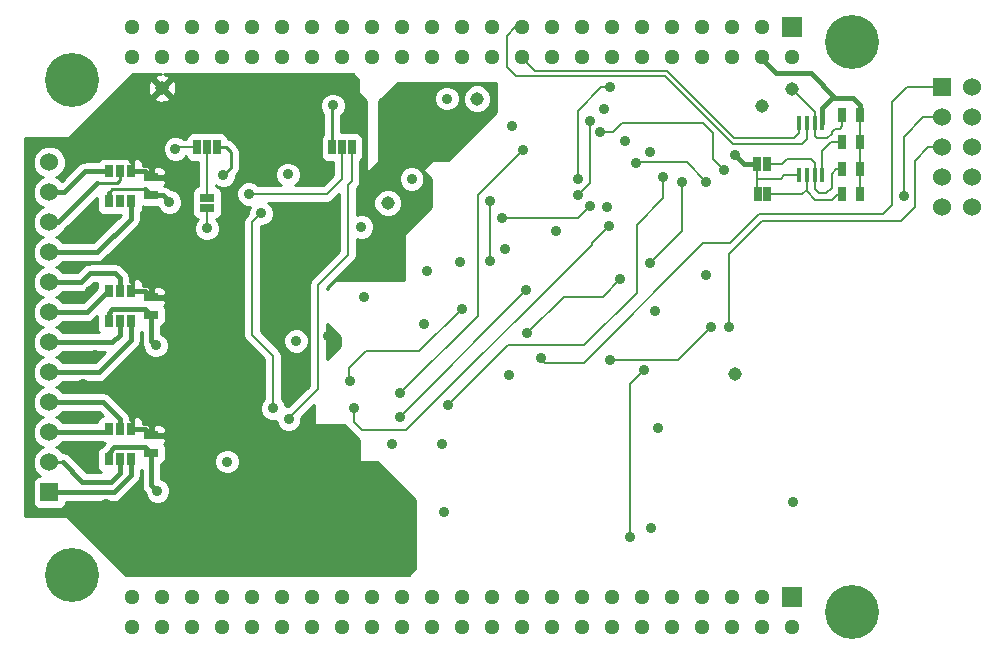
<source format=gbl>
G04 (created by PCBNEW (2013-05-31 BZR 4019)-stable) date 7/19/2013 3:45:29 PM*
%MOIN*%
G04 Gerber Fmt 3.4, Leading zero omitted, Abs format*
%FSLAX34Y34*%
G01*
G70*
G90*
G04 APERTURE LIST*
%ADD10C,0.00590551*%
%ADD11R,0.025X0.05*%
%ADD12R,0.016X0.05*%
%ADD13R,0.05X0.025*%
%ADD14R,0.0276X0.0394*%
%ADD15R,0.045X0.025*%
%ADD16R,0.025X0.045*%
%ADD17R,0.06X0.06*%
%ADD18C,0.06*%
%ADD19C,0.045*%
%ADD20C,0.18*%
%ADD21R,0.065X0.065*%
%ADD22C,0.0512*%
%ADD23C,0.035*%
%ADD24C,0.016*%
%ADD25C,0.01*%
%ADD26C,0.008*%
G04 APERTURE END LIST*
G54D10*
G54D11*
X-2818Y-5050D03*
X-3137Y-5050D03*
X-2843Y-4050D03*
X-3162Y-4050D03*
X-21180Y-3500D03*
X-21500Y-3500D03*
X-21820Y-3500D03*
X-16680Y-3500D03*
X-17000Y-3500D03*
X-17320Y-3500D03*
G54D12*
X-990Y-4425D03*
X-1245Y-4425D03*
X-1505Y-4425D03*
X-1760Y-4425D03*
X-1760Y-2675D03*
X-1505Y-2675D03*
X-1245Y-2675D03*
X-990Y-2675D03*
G54D13*
X-21500Y-5173D03*
X-21500Y-5527D03*
G54D14*
X-24775Y-13900D03*
X-24400Y-13900D03*
X-24025Y-13900D03*
X-24025Y-12900D03*
X-24400Y-12900D03*
X-24775Y-12900D03*
X-24775Y-9300D03*
X-24400Y-9300D03*
X-24025Y-9300D03*
X-24025Y-8300D03*
X-24400Y-8300D03*
X-24775Y-8300D03*
X-24775Y-5300D03*
X-24400Y-5300D03*
X-24025Y-5300D03*
X-24025Y-4300D03*
X-24400Y-4300D03*
X-24775Y-4300D03*
G54D15*
X-23350Y-5100D03*
X-23350Y-4500D03*
X-23350Y-13700D03*
X-23350Y-13100D03*
X-23350Y-9100D03*
X-23350Y-8500D03*
G54D16*
X275Y-2425D03*
X-325Y-2425D03*
X275Y-4225D03*
X-325Y-4225D03*
X275Y-3325D03*
X-325Y-3325D03*
X275Y-5050D03*
X-325Y-5050D03*
G54D17*
X3000Y-1500D03*
G54D18*
X4000Y-1500D03*
X3000Y-2500D03*
X4000Y-2500D03*
X3000Y-3500D03*
X4000Y-3500D03*
X3000Y-4500D03*
X4000Y-4500D03*
X3000Y-5500D03*
X4000Y-5500D03*
X-26750Y-4000D03*
X-26750Y-5000D03*
X-26750Y-6000D03*
X-26750Y-7000D03*
X-26750Y-8000D03*
X-26750Y-9000D03*
G54D17*
X-26750Y-15000D03*
G54D18*
X-26750Y-14000D03*
X-26750Y-13000D03*
X-26750Y-12000D03*
X-26750Y-11000D03*
X-26750Y-10000D03*
G54D19*
X-2000Y-1550D03*
G54D20*
X-26000Y-1250D03*
X0Y0D03*
X0Y-19000D03*
X-26000Y-17750D03*
G54D21*
X-2000Y500D03*
G54D22*
X-2000Y-500D03*
X-3000Y500D03*
X-3000Y-500D03*
X-4000Y500D03*
X-4000Y-500D03*
X-5000Y500D03*
X-5000Y-500D03*
X-6000Y500D03*
X-6000Y-500D03*
X-7000Y500D03*
X-7000Y-500D03*
X-8000Y500D03*
X-8000Y-500D03*
X-9000Y500D03*
X-9000Y-500D03*
X-10000Y500D03*
X-10000Y-500D03*
X-11000Y500D03*
X-11000Y-500D03*
X-12000Y500D03*
X-12000Y-500D03*
X-13000Y500D03*
X-13000Y-500D03*
X-14000Y500D03*
X-14000Y-500D03*
X-15000Y500D03*
X-15000Y-500D03*
X-16000Y500D03*
X-16000Y-500D03*
X-17000Y500D03*
X-17000Y-500D03*
X-18000Y500D03*
X-18000Y-500D03*
X-19000Y500D03*
X-19000Y-500D03*
X-20000Y500D03*
X-20000Y-500D03*
X-21000Y500D03*
X-21000Y-500D03*
X-22000Y500D03*
X-22000Y-500D03*
X-23000Y500D03*
X-23000Y-500D03*
X-24000Y500D03*
X-24000Y-500D03*
G54D21*
X-2000Y-18500D03*
G54D22*
X-2000Y-19500D03*
X-3000Y-18500D03*
X-3000Y-19500D03*
X-4000Y-18500D03*
X-4000Y-19500D03*
X-5000Y-18500D03*
X-5000Y-19500D03*
X-6000Y-18500D03*
X-6000Y-19500D03*
X-7000Y-18500D03*
X-7000Y-19500D03*
X-8000Y-18500D03*
X-8000Y-19500D03*
X-9000Y-18500D03*
X-9000Y-19500D03*
X-10000Y-18500D03*
X-10000Y-19500D03*
X-11000Y-18500D03*
X-11000Y-19500D03*
X-12000Y-18500D03*
X-12000Y-19500D03*
X-13000Y-18500D03*
X-13000Y-19500D03*
X-14000Y-18500D03*
X-14000Y-19500D03*
X-15000Y-18500D03*
X-15000Y-19500D03*
X-16000Y-18500D03*
X-16000Y-19500D03*
X-17000Y-18500D03*
X-17000Y-19500D03*
X-18000Y-18500D03*
X-18000Y-19500D03*
X-19000Y-18500D03*
X-19000Y-19500D03*
X-20000Y-18500D03*
X-20000Y-19500D03*
X-21000Y-18500D03*
X-21000Y-19500D03*
X-22000Y-18500D03*
X-22000Y-19500D03*
X-23000Y-18500D03*
X-23000Y-19500D03*
X-24000Y-18500D03*
X-24000Y-19500D03*
G54D19*
X-12500Y-1875D03*
X-3000Y-2125D03*
X-23000Y-1525D03*
X-15475Y-5350D03*
X-3900Y-11050D03*
G54D23*
X-18525Y-9950D03*
X-14675Y-4550D03*
X-20825Y-13975D03*
X-22750Y-5325D03*
X-23200Y-10100D03*
X-23150Y-14950D03*
X-16350Y-6150D03*
X-18800Y-4400D03*
X-13500Y-1875D03*
X-20950Y-4425D03*
X-21500Y-6200D03*
X-19700Y-5700D03*
X-19300Y-12200D03*
X-18775Y-12550D03*
X-6925Y-10925D03*
X-7400Y-16475D03*
X-10375Y-10525D03*
X-8400Y-3000D03*
X-4250Y-4250D03*
X-12075Y-7300D03*
X-12075Y-5300D03*
X1725Y-5125D03*
X-4100Y-9475D03*
X-16725Y-11275D03*
X-13000Y-8875D03*
X-8725Y-5450D03*
X-11675Y-5850D03*
X-13450Y-12075D03*
X-6300Y-4500D03*
X-8100Y-6125D03*
X-16600Y-12175D03*
X-11325Y-2775D03*
X-13075Y-7325D03*
X-6575Y-8950D03*
X-9850Y-6300D03*
X-7575Y-3300D03*
X-11425Y-11100D03*
X-14275Y-9375D03*
X-25225Y-10425D03*
X-1975Y-15325D03*
X-3900Y-3750D03*
X-8150Y-5475D03*
X-11575Y-6875D03*
X-4850Y-7750D03*
X-6725Y-3650D03*
X-8250Y-2225D03*
X-14475Y-2125D03*
X-6700Y-16200D03*
X-6450Y-12850D03*
X-15325Y-13400D03*
X-13675Y-13400D03*
X-13600Y-15650D03*
X-16275Y-8500D03*
X-14150Y-7625D03*
X-23250Y-3550D03*
X-23175Y-6675D03*
X-23250Y-12075D03*
X-24850Y-3275D03*
X-25200Y-6400D03*
X-25400Y-8300D03*
X-25300Y-9425D03*
X-25625Y-11400D03*
X-25400Y-12500D03*
X-25400Y-13900D03*
X-24900Y-16625D03*
X-24850Y-15400D03*
X-18800Y-2500D03*
X-20600Y-2450D03*
X-17450Y-9800D03*
X-19150Y-5900D03*
X-18500Y-7800D03*
X-15300Y-6800D03*
X-15300Y-7550D03*
X-16700Y-16500D03*
X-15950Y-14300D03*
X-22550Y-3550D03*
X-10850Y-8250D03*
X-15075Y-12475D03*
X-20100Y-5050D03*
X-17300Y-2100D03*
X-4700Y-9475D03*
X-8050Y-10575D03*
X-4850Y-4650D03*
X-7200Y-4025D03*
X-10825Y-9700D03*
X-7725Y-7900D03*
X-10975Y-3575D03*
X-15050Y-11700D03*
X-5675Y-4650D03*
X-6725Y-7350D03*
X-9125Y-5075D03*
X-8725Y-2625D03*
X-9125Y-4550D03*
X-8050Y-1500D03*
G54D24*
X-23350Y-5100D02*
X-22975Y-5100D01*
X-22975Y-5100D02*
X-22750Y-5325D01*
X-23350Y-9100D02*
X-23350Y-9950D01*
X-23350Y-9950D02*
X-23200Y-10100D01*
X-23350Y-13700D02*
X-23350Y-14750D01*
X-23350Y-14750D02*
X-23150Y-14950D01*
X-24775Y-13900D02*
X-24775Y-13675D01*
X-23550Y-13500D02*
X-23350Y-13700D01*
X-24600Y-13500D02*
X-23550Y-13500D01*
X-24775Y-13675D02*
X-24600Y-13500D01*
X-24775Y-9300D02*
X-24775Y-9025D01*
X-23550Y-8900D02*
X-23350Y-9100D01*
X-24650Y-8900D02*
X-23550Y-8900D01*
X-24775Y-9025D02*
X-24650Y-8900D01*
X-24775Y-5300D02*
X-24775Y-5025D01*
X-23550Y-4900D02*
X-23350Y-5100D01*
G54D25*
X-24650Y-4900D02*
X-23550Y-4900D01*
X-24775Y-5025D02*
X-24650Y-4900D01*
G54D26*
X-990Y-4425D02*
X-990Y-3625D01*
X-690Y-3325D02*
X-982Y-3617D01*
X-690Y-3325D02*
X-325Y-3325D01*
X-990Y-3625D02*
X-982Y-3617D01*
X-2843Y-4050D02*
X-2325Y-4050D01*
X-1245Y-4005D02*
X-1245Y-4425D01*
X-1375Y-3875D02*
X-1245Y-4005D01*
X-2150Y-3875D02*
X-1375Y-3875D01*
X-2325Y-4050D02*
X-2150Y-3875D01*
X-1245Y-4425D02*
X-1245Y-4880D01*
X-525Y-4225D02*
X-325Y-4225D01*
X-675Y-4375D02*
X-525Y-4225D01*
X-675Y-4850D02*
X-675Y-4375D01*
X-850Y-5025D02*
X-675Y-4850D01*
X-1100Y-5025D02*
X-850Y-5025D01*
X-1245Y-4880D02*
X-1100Y-5025D01*
X-2818Y-5050D02*
X-1650Y-5050D01*
X-1650Y-5050D02*
X-1505Y-4905D01*
X-1505Y-4425D02*
X-1505Y-4905D01*
X-1505Y-4905D02*
X-1505Y-4970D01*
X-450Y-5050D02*
X-325Y-5050D01*
X-650Y-5250D02*
X-450Y-5050D01*
X-1225Y-5250D02*
X-650Y-5250D01*
X-1505Y-4970D02*
X-1225Y-5250D01*
G54D25*
X-20850Y-3500D02*
X-21180Y-3500D01*
X-20700Y-3650D02*
X-20850Y-3500D01*
X-20700Y-4175D02*
X-20700Y-3650D01*
X-20950Y-4425D02*
X-20700Y-4175D01*
G54D26*
X-21500Y-6200D02*
X-21500Y-5527D01*
X-19300Y-12200D02*
X-19300Y-10450D01*
X-19350Y-10400D02*
X-20000Y-9750D01*
X-20000Y-9750D02*
X-20000Y-6000D01*
X-20000Y-6000D02*
X-19700Y-5700D01*
X-19300Y-10450D02*
X-19350Y-10400D01*
X-18775Y-12550D02*
X-18775Y-12525D01*
X-17800Y-8450D02*
X-17800Y-8075D01*
X-17800Y-8450D02*
X-17800Y-11400D01*
X-16680Y-4630D02*
X-16680Y-3500D01*
X-16800Y-4750D02*
X-16680Y-4630D01*
X-16800Y-7075D02*
X-16800Y-4750D01*
X-17800Y-8075D02*
X-16800Y-7075D01*
X-17800Y-11550D02*
X-17800Y-11400D01*
X-18775Y-12525D02*
X-17800Y-11550D01*
G54D24*
X-26750Y-6000D02*
X-26450Y-6000D01*
G54D25*
X-24400Y-4600D02*
X-24400Y-4300D01*
X-24500Y-4700D02*
X-24400Y-4600D01*
X-25150Y-4700D02*
X-24500Y-4700D01*
G54D24*
X-26450Y-6000D02*
X-25150Y-4700D01*
X-26750Y-7000D02*
X-25150Y-7000D01*
X-24025Y-5875D02*
X-24025Y-5300D01*
X-25150Y-7000D02*
X-24025Y-5875D01*
X-26750Y-15000D02*
X-24600Y-15000D01*
X-24025Y-14425D02*
X-24025Y-13900D01*
X-24600Y-15000D02*
X-24025Y-14425D01*
G54D25*
X-26750Y-14000D02*
X-26300Y-14000D01*
G54D24*
X-24400Y-14350D02*
X-24400Y-13900D01*
X-24700Y-14650D02*
X-24400Y-14350D01*
X-25650Y-14650D02*
X-24700Y-14650D01*
X-26300Y-14000D02*
X-25650Y-14650D01*
X-26750Y-13000D02*
X-24875Y-13000D01*
G54D26*
X-24875Y-13000D02*
X-24775Y-12900D01*
G54D24*
X-26750Y-12000D02*
X-24950Y-12000D01*
X-24400Y-12550D02*
X-24400Y-12900D01*
X-24950Y-12000D02*
X-24400Y-12550D01*
X-26750Y-11000D02*
X-25100Y-11000D01*
X-24025Y-9925D02*
X-24025Y-9300D01*
X-25100Y-11000D02*
X-24025Y-9925D01*
X-26750Y-10000D02*
X-24650Y-10000D01*
X-24400Y-9750D02*
X-24400Y-9300D01*
X-24650Y-10000D02*
X-24400Y-9750D01*
X-26750Y-9000D02*
X-25500Y-9000D01*
X-24800Y-8300D02*
X-24775Y-8300D01*
X-25500Y-9000D02*
X-24800Y-8300D01*
X-26750Y-8000D02*
X-25700Y-8000D01*
X-24400Y-7850D02*
X-24400Y-8300D01*
X-24550Y-7700D02*
X-24400Y-7850D01*
X-25400Y-7700D02*
X-24550Y-7700D01*
X-25700Y-8000D02*
X-25400Y-7700D01*
X-26750Y-5000D02*
X-26250Y-5000D01*
X-25550Y-4300D02*
X-24775Y-4300D01*
X-26250Y-5000D02*
X-25550Y-4300D01*
G54D26*
X-7400Y-11400D02*
X-6925Y-10925D01*
X-7400Y-16475D02*
X-7400Y-11400D01*
X1350Y-5100D02*
X1350Y-5425D01*
X1350Y-5100D02*
X1350Y-1975D01*
X-8950Y-10675D02*
X-8925Y-10675D01*
X-10375Y-10525D02*
X-10225Y-10675D01*
X-10225Y-10675D02*
X-8950Y-10675D01*
X-8925Y-10675D02*
X-4950Y-6700D01*
X1825Y-1500D02*
X3000Y-1500D01*
X1350Y-1975D02*
X1825Y-1500D01*
X-4075Y-6700D02*
X-4950Y-6700D01*
X-3100Y-5725D02*
X-4075Y-6700D01*
X1050Y-5725D02*
X-3100Y-5725D01*
X1350Y-5425D02*
X1050Y-5725D01*
X-7650Y-2700D02*
X-4950Y-2700D01*
X-7950Y-3000D02*
X-8400Y-3000D01*
X-7950Y-3000D02*
X-7650Y-2700D01*
X-4625Y-3025D02*
X-4950Y-2700D01*
X-4625Y-3875D02*
X-4625Y-3025D01*
X-4250Y-4250D02*
X-4625Y-3875D01*
X-12075Y-5300D02*
X-12075Y-7300D01*
X2375Y-2500D02*
X3000Y-2500D01*
X1725Y-3150D02*
X2375Y-2500D01*
X1725Y-5125D02*
X1725Y-3150D01*
X1650Y-5950D02*
X2100Y-5500D01*
X2550Y-3500D02*
X3000Y-3500D01*
X-3000Y-5950D02*
X1650Y-5950D01*
X-4100Y-7050D02*
X-3000Y-5950D01*
X-4100Y-9475D02*
X-4100Y-7050D01*
X2100Y-3950D02*
X2550Y-3500D01*
X2100Y-5500D02*
X2100Y-3950D01*
X-16725Y-11275D02*
X-16750Y-11250D01*
X-16750Y-11250D02*
X-16750Y-10850D01*
X-16750Y-10850D02*
X-16200Y-10300D01*
X-16200Y-10300D02*
X-14425Y-10300D01*
X-14425Y-10300D02*
X-13000Y-8875D01*
X-11675Y-5850D02*
X-9125Y-5850D01*
X-9125Y-5850D02*
X-8725Y-5450D01*
X-13450Y-12075D02*
X-11475Y-10100D01*
X-6300Y-5200D02*
X-6300Y-4500D01*
X-7175Y-6075D02*
X-6300Y-5200D01*
X-7175Y-8350D02*
X-7175Y-6075D01*
X-8925Y-10100D02*
X-7175Y-8350D01*
X-11475Y-10100D02*
X-8925Y-10100D01*
X-8662Y-6737D02*
X-8662Y-6687D01*
X-14850Y-12925D02*
X-8662Y-6737D01*
X-16325Y-12925D02*
X-14850Y-12925D01*
X-16600Y-12650D02*
X-16325Y-12925D01*
X-16600Y-12175D02*
X-16600Y-12650D01*
X-8662Y-6687D02*
X-8100Y-6125D01*
X-11000Y500D02*
X-11225Y500D01*
X-1505Y-3230D02*
X-1505Y-2675D01*
X-6225Y-1125D02*
X-11200Y-1125D01*
X-3975Y-3375D02*
X-6225Y-1125D01*
X-1650Y-3375D02*
X-3975Y-3375D01*
X-1505Y-3230D02*
X-1650Y-3375D01*
X-11500Y-825D02*
X-11200Y-1125D01*
X-11500Y225D02*
X-11500Y-825D01*
X-11225Y500D02*
X-11500Y225D01*
X-11000Y500D02*
X-10900Y500D01*
X-11000Y-500D02*
X-11000Y-525D01*
X-11000Y-525D02*
X-10575Y-950D01*
X-1760Y-2675D02*
X-1760Y-3035D01*
X-6173Y-950D02*
X-10575Y-950D01*
X-3923Y-3200D02*
X-6173Y-950D01*
X-1925Y-3200D02*
X-3923Y-3200D01*
X-1760Y-3035D02*
X-1925Y-3200D01*
X-325Y-2425D02*
X-325Y-2800D01*
X-1245Y-3105D02*
X-1245Y-2675D01*
X-1150Y-3200D02*
X-1245Y-3105D01*
X-825Y-3200D02*
X-1150Y-3200D01*
X-675Y-3050D02*
X-825Y-3200D01*
X-675Y-2975D02*
X-675Y-3050D01*
X-575Y-2875D02*
X-675Y-2975D01*
X-400Y-2875D02*
X-575Y-2875D01*
X-325Y-2800D02*
X-400Y-2875D01*
X-1245Y-2675D02*
X-1245Y-2305D01*
X-1245Y-2305D02*
X-2000Y-1550D01*
G54D24*
X-3000Y-500D02*
X-3000Y-550D01*
X-1375Y-1025D02*
X-550Y-1850D01*
X-2525Y-1025D02*
X-1375Y-1025D01*
X-3000Y-550D02*
X-2525Y-1025D01*
X-990Y-2675D02*
X-990Y-2190D01*
X-990Y-2190D02*
X-650Y-1850D01*
X-650Y-1850D02*
X-550Y-1850D01*
X275Y-2075D02*
X275Y-2425D01*
X-550Y-1850D02*
X50Y-1850D01*
X50Y-1850D02*
X275Y-2075D01*
G54D26*
X275Y-4225D02*
X275Y-5050D01*
X275Y-3325D02*
X275Y-4225D01*
X275Y-2425D02*
X275Y-3325D01*
G54D24*
X-3162Y-4050D02*
X-3600Y-4050D01*
X-3600Y-4050D02*
X-3900Y-3750D01*
G54D26*
X-1760Y-4425D02*
X-2250Y-4425D01*
X-2375Y-4550D02*
X-3162Y-4550D01*
X-2250Y-4425D02*
X-2375Y-4550D01*
X-3162Y-4050D02*
X-3162Y-4550D01*
X-3162Y-4550D02*
X-3162Y-5025D01*
X-3162Y-5025D02*
X-3137Y-5050D01*
G54D24*
X-23350Y-4500D02*
X-23350Y-3650D01*
X-23350Y-3650D02*
X-23250Y-3550D01*
X-23350Y-8500D02*
X-23350Y-6850D01*
X-23350Y-6850D02*
X-23175Y-6675D01*
X-23350Y-13100D02*
X-23350Y-12175D01*
X-23350Y-12175D02*
X-23250Y-12075D01*
X-24025Y-4300D02*
X-23550Y-4300D01*
X-23550Y-4300D02*
X-23350Y-4500D01*
X-24025Y-8300D02*
X-23550Y-8300D01*
X-23550Y-8300D02*
X-23350Y-8500D01*
X-24025Y-12900D02*
X-23550Y-12900D01*
X-23550Y-12900D02*
X-23350Y-13100D01*
G54D26*
X-21820Y-3500D02*
X-22500Y-3500D01*
X-22500Y-3500D02*
X-22550Y-3550D01*
X-15075Y-12475D02*
X-10850Y-8250D01*
X-17000Y-4550D02*
X-17000Y-3500D01*
X-17500Y-5050D02*
X-17000Y-4550D01*
X-20100Y-5050D02*
X-17500Y-5050D01*
X-21500Y-5173D02*
X-21500Y-3500D01*
G54D25*
X-17320Y-2120D02*
X-17320Y-3500D01*
G54D26*
X-17300Y-2100D02*
X-17320Y-2120D01*
X-5850Y-10575D02*
X-8050Y-10575D01*
X-5500Y-4000D02*
X-4850Y-4650D01*
X-7175Y-4000D02*
X-5500Y-4000D01*
X-7200Y-4025D02*
X-7175Y-4000D01*
X-5800Y-10575D02*
X-5850Y-10575D01*
X-4700Y-9475D02*
X-5800Y-10575D01*
X-8300Y-8475D02*
X-7725Y-7900D01*
X-9600Y-8475D02*
X-8300Y-8475D01*
X-10825Y-9700D02*
X-9600Y-8475D01*
X-15050Y-11700D02*
X-12475Y-9125D01*
X-12475Y-9125D02*
X-12475Y-5075D01*
X-12475Y-5075D02*
X-10975Y-3575D01*
X-5675Y-6300D02*
X-5675Y-4650D01*
X-6725Y-7350D02*
X-5675Y-6300D01*
X-9125Y-5075D02*
X-8725Y-4675D01*
X-8725Y-4675D02*
X-8725Y-2625D01*
X-8350Y-1500D02*
X-8050Y-1500D01*
X-9125Y-2275D02*
X-8350Y-1500D01*
X-9125Y-4550D02*
X-9125Y-2275D01*
G54D10*
G36*
X-25153Y-8030D02*
X-25162Y-8053D01*
X-25163Y-8152D01*
X-25163Y-8196D01*
X-25636Y-8670D01*
X-26302Y-8670D01*
X-26438Y-8534D01*
X-26519Y-8500D01*
X-26438Y-8466D01*
X-26302Y-8330D01*
X-25700Y-8330D01*
X-25573Y-8304D01*
X-25573Y-8304D01*
X-25466Y-8233D01*
X-25263Y-8030D01*
X-25153Y-8030D01*
X-25153Y-8030D01*
G37*
G54D25*
X-25153Y-8030D02*
X-25162Y-8053D01*
X-25163Y-8152D01*
X-25163Y-8196D01*
X-25636Y-8670D01*
X-26302Y-8670D01*
X-26438Y-8534D01*
X-26519Y-8500D01*
X-26438Y-8466D01*
X-26302Y-8330D01*
X-25700Y-8330D01*
X-25573Y-8304D01*
X-25573Y-8304D01*
X-25466Y-8233D01*
X-25263Y-8030D01*
X-25153Y-8030D01*
G54D10*
G36*
X-25093Y-9670D02*
X-26302Y-9670D01*
X-26438Y-9534D01*
X-26519Y-9500D01*
X-26438Y-9466D01*
X-26302Y-9330D01*
X-25500Y-9330D01*
X-25373Y-9304D01*
X-25373Y-9304D01*
X-25266Y-9233D01*
X-25163Y-9129D01*
X-25163Y-9152D01*
X-25163Y-9546D01*
X-25125Y-9638D01*
X-25093Y-9670D01*
X-25093Y-9670D01*
G37*
G54D25*
X-25093Y-9670D02*
X-26302Y-9670D01*
X-26438Y-9534D01*
X-26519Y-9500D01*
X-26438Y-9466D01*
X-26302Y-9330D01*
X-25500Y-9330D01*
X-25373Y-9304D01*
X-25373Y-9304D01*
X-25266Y-9233D01*
X-25163Y-9129D01*
X-25163Y-9152D01*
X-25163Y-9546D01*
X-25125Y-9638D01*
X-25093Y-9670D01*
G54D10*
G36*
X-24963Y-12453D02*
X-25054Y-12490D01*
X-25124Y-12561D01*
X-25162Y-12653D01*
X-25162Y-12670D01*
X-26302Y-12670D01*
X-26438Y-12534D01*
X-26519Y-12500D01*
X-26438Y-12466D01*
X-26302Y-12330D01*
X-25086Y-12330D01*
X-24963Y-12453D01*
X-24963Y-12453D01*
G37*
G54D25*
X-24963Y-12453D02*
X-25054Y-12490D01*
X-25124Y-12561D01*
X-25162Y-12653D01*
X-25162Y-12670D01*
X-26302Y-12670D01*
X-26438Y-12534D01*
X-26519Y-12500D01*
X-26438Y-12466D01*
X-26302Y-12330D01*
X-25086Y-12330D01*
X-24963Y-12453D01*
G54D10*
G36*
X-24913Y-13346D02*
X-25008Y-13441D01*
X-25036Y-13483D01*
X-25054Y-13490D01*
X-25124Y-13561D01*
X-25162Y-13653D01*
X-25163Y-13752D01*
X-25163Y-14146D01*
X-25125Y-14238D01*
X-25054Y-14308D01*
X-25027Y-14320D01*
X-25513Y-14320D01*
X-26066Y-13766D01*
X-26173Y-13695D01*
X-26300Y-13670D01*
X-26301Y-13670D01*
X-26438Y-13534D01*
X-26519Y-13500D01*
X-26438Y-13466D01*
X-26302Y-13330D01*
X-25003Y-13330D01*
X-24962Y-13346D01*
X-24913Y-13346D01*
X-24913Y-13346D01*
G37*
G54D25*
X-24913Y-13346D02*
X-25008Y-13441D01*
X-25036Y-13483D01*
X-25054Y-13490D01*
X-25124Y-13561D01*
X-25162Y-13653D01*
X-25163Y-13752D01*
X-25163Y-14146D01*
X-25125Y-14238D01*
X-25054Y-14308D01*
X-25027Y-14320D01*
X-25513Y-14320D01*
X-26066Y-13766D01*
X-26173Y-13695D01*
X-26300Y-13670D01*
X-26301Y-13670D01*
X-26438Y-13534D01*
X-26519Y-13500D01*
X-26438Y-13466D01*
X-26302Y-13330D01*
X-25003Y-13330D01*
X-24962Y-13346D01*
X-24913Y-13346D01*
G54D10*
G36*
X-24896Y-10330D02*
X-25236Y-10670D01*
X-26302Y-10670D01*
X-26438Y-10534D01*
X-26519Y-10500D01*
X-26438Y-10466D01*
X-26302Y-10330D01*
X-24896Y-10330D01*
X-24896Y-10330D01*
G37*
G54D25*
X-24896Y-10330D02*
X-25236Y-10670D01*
X-26302Y-10670D01*
X-26438Y-10534D01*
X-26519Y-10500D01*
X-26438Y-10466D01*
X-26302Y-10330D01*
X-24896Y-10330D01*
G54D10*
G36*
X-24363Y-5747D02*
X-25286Y-6670D01*
X-26302Y-6670D01*
X-26438Y-6534D01*
X-26519Y-6500D01*
X-26438Y-6466D01*
X-26284Y-6311D01*
X-26264Y-6265D01*
X-26216Y-6233D01*
X-25163Y-5179D01*
X-25163Y-5546D01*
X-25125Y-5638D01*
X-25054Y-5708D01*
X-24962Y-5746D01*
X-24863Y-5747D01*
X-24587Y-5747D01*
X-24587Y-5746D01*
X-24488Y-5747D01*
X-24363Y-5747D01*
X-24363Y-5747D01*
G37*
G54D25*
X-24363Y-5747D02*
X-25286Y-6670D01*
X-26302Y-6670D01*
X-26438Y-6534D01*
X-26519Y-6500D01*
X-26438Y-6466D01*
X-26284Y-6311D01*
X-26264Y-6265D01*
X-26216Y-6233D01*
X-25163Y-5179D01*
X-25163Y-5546D01*
X-25125Y-5638D01*
X-25054Y-5708D01*
X-24962Y-5746D01*
X-24863Y-5747D01*
X-24587Y-5747D01*
X-24587Y-5746D01*
X-24488Y-5747D01*
X-24363Y-5747D01*
G54D10*
G36*
X-17090Y-6954D02*
X-18005Y-7869D01*
X-18067Y-7964D01*
X-18090Y-8075D01*
X-18090Y-8450D01*
X-18090Y-11400D01*
X-18090Y-11429D01*
X-18099Y-11439D01*
X-18099Y-9865D01*
X-18164Y-9709D01*
X-18283Y-9589D01*
X-18440Y-9525D01*
X-18609Y-9524D01*
X-18765Y-9589D01*
X-18885Y-9708D01*
X-18949Y-9865D01*
X-18950Y-10034D01*
X-18885Y-10190D01*
X-18766Y-10310D01*
X-18609Y-10374D01*
X-18440Y-10375D01*
X-18284Y-10310D01*
X-18164Y-10191D01*
X-18100Y-10034D01*
X-18099Y-9865D01*
X-18099Y-11439D01*
X-18785Y-12124D01*
X-18859Y-12124D01*
X-18874Y-12131D01*
X-18874Y-12115D01*
X-18939Y-11959D01*
X-19010Y-11888D01*
X-19010Y-10450D01*
X-19032Y-10339D01*
X-19094Y-10244D01*
X-19144Y-10194D01*
X-19144Y-10194D01*
X-19710Y-9629D01*
X-19710Y-6124D01*
X-19615Y-6125D01*
X-19459Y-6060D01*
X-19339Y-5941D01*
X-19275Y-5784D01*
X-19274Y-5615D01*
X-19339Y-5459D01*
X-19458Y-5340D01*
X-17500Y-5340D01*
X-17389Y-5317D01*
X-17294Y-5255D01*
X-17090Y-5050D01*
X-17090Y-6954D01*
X-17090Y-6954D01*
G37*
G54D25*
X-17090Y-6954D02*
X-18005Y-7869D01*
X-18067Y-7964D01*
X-18090Y-8075D01*
X-18090Y-8450D01*
X-18090Y-11400D01*
X-18090Y-11429D01*
X-18099Y-11439D01*
X-18099Y-9865D01*
X-18164Y-9709D01*
X-18283Y-9589D01*
X-18440Y-9525D01*
X-18609Y-9524D01*
X-18765Y-9589D01*
X-18885Y-9708D01*
X-18949Y-9865D01*
X-18950Y-10034D01*
X-18885Y-10190D01*
X-18766Y-10310D01*
X-18609Y-10374D01*
X-18440Y-10375D01*
X-18284Y-10310D01*
X-18164Y-10191D01*
X-18100Y-10034D01*
X-18099Y-9865D01*
X-18099Y-11439D01*
X-18785Y-12124D01*
X-18859Y-12124D01*
X-18874Y-12131D01*
X-18874Y-12115D01*
X-18939Y-11959D01*
X-19010Y-11888D01*
X-19010Y-10450D01*
X-19032Y-10339D01*
X-19094Y-10244D01*
X-19144Y-10194D01*
X-19144Y-10194D01*
X-19710Y-9629D01*
X-19710Y-6124D01*
X-19615Y-6125D01*
X-19459Y-6060D01*
X-19339Y-5941D01*
X-19275Y-5784D01*
X-19274Y-5615D01*
X-19339Y-5459D01*
X-19458Y-5340D01*
X-17500Y-5340D01*
X-17389Y-5317D01*
X-17294Y-5255D01*
X-17090Y-5050D01*
X-17090Y-6954D01*
G54D10*
G36*
X-17075Y-10129D02*
X-17510Y-10564D01*
X-17510Y-9385D01*
X-17075Y-9820D01*
X-17075Y-10129D01*
X-17075Y-10129D01*
G37*
G54D25*
X-17075Y-10129D02*
X-17510Y-10564D01*
X-17510Y-9385D01*
X-17075Y-9820D01*
X-17075Y-10129D01*
G54D10*
G36*
X-11850Y-2304D02*
X-12024Y-2479D01*
X-12024Y-1780D01*
X-12097Y-1606D01*
X-12230Y-1472D01*
X-12405Y-1400D01*
X-12594Y-1399D01*
X-12768Y-1472D01*
X-12902Y-1605D01*
X-12974Y-1780D01*
X-12975Y-1969D01*
X-12902Y-2143D01*
X-12769Y-2277D01*
X-12594Y-2349D01*
X-12405Y-2350D01*
X-12231Y-2277D01*
X-12097Y-2144D01*
X-12025Y-1969D01*
X-12024Y-1780D01*
X-12024Y-2479D01*
X-13074Y-3529D01*
X-13074Y-1790D01*
X-13139Y-1634D01*
X-13258Y-1514D01*
X-13415Y-1450D01*
X-13584Y-1449D01*
X-13740Y-1514D01*
X-13860Y-1633D01*
X-13924Y-1790D01*
X-13925Y-1959D01*
X-13860Y-2115D01*
X-13741Y-2235D01*
X-13584Y-2299D01*
X-13415Y-2300D01*
X-13259Y-2235D01*
X-13139Y-2116D01*
X-13075Y-1959D01*
X-13074Y-1790D01*
X-13074Y-3529D01*
X-13470Y-3925D01*
X-13995Y-3925D01*
X-14320Y-4250D01*
X-14025Y-4545D01*
X-14025Y-5479D01*
X-14249Y-5704D01*
X-14249Y-4465D01*
X-14314Y-4309D01*
X-14433Y-4189D01*
X-14590Y-4125D01*
X-14759Y-4124D01*
X-14915Y-4189D01*
X-15035Y-4308D01*
X-15099Y-4465D01*
X-15100Y-4634D01*
X-15035Y-4790D01*
X-14916Y-4910D01*
X-14759Y-4974D01*
X-14590Y-4975D01*
X-14434Y-4910D01*
X-14314Y-4791D01*
X-14250Y-4634D01*
X-14249Y-4465D01*
X-14249Y-5704D01*
X-14925Y-6379D01*
X-14925Y-7925D01*
X-14999Y-7925D01*
X-14999Y-5255D01*
X-15072Y-5081D01*
X-15205Y-4947D01*
X-15380Y-4875D01*
X-15569Y-4874D01*
X-15743Y-4947D01*
X-15877Y-5080D01*
X-15949Y-5255D01*
X-15950Y-5444D01*
X-15877Y-5618D01*
X-15744Y-5752D01*
X-15569Y-5824D01*
X-15380Y-5825D01*
X-15206Y-5752D01*
X-15072Y-5619D01*
X-15000Y-5444D01*
X-14999Y-5255D01*
X-14999Y-7925D01*
X-17220Y-7925D01*
X-17510Y-8214D01*
X-17510Y-8195D01*
X-16594Y-7280D01*
X-16532Y-7185D01*
X-16510Y-7075D01*
X-16510Y-6543D01*
X-16434Y-6574D01*
X-16265Y-6575D01*
X-16109Y-6510D01*
X-15989Y-6391D01*
X-15925Y-6234D01*
X-15924Y-6065D01*
X-15989Y-5909D01*
X-16108Y-5789D01*
X-16265Y-5725D01*
X-16434Y-5724D01*
X-16510Y-5756D01*
X-16510Y-4870D01*
X-16474Y-4835D01*
X-16412Y-4740D01*
X-16390Y-4630D01*
X-16390Y-3938D01*
X-16343Y-3891D01*
X-16305Y-3799D01*
X-16304Y-3700D01*
X-16304Y-3200D01*
X-16342Y-3108D01*
X-16413Y-3038D01*
X-16505Y-3000D01*
X-16604Y-2999D01*
X-16854Y-2999D01*
X-16854Y-3000D01*
X-16924Y-2999D01*
X-17020Y-2999D01*
X-17020Y-2421D01*
X-16939Y-2341D01*
X-16875Y-2184D01*
X-16874Y-2015D01*
X-16939Y-1859D01*
X-17058Y-1739D01*
X-17215Y-1675D01*
X-17384Y-1674D01*
X-17540Y-1739D01*
X-17660Y-1858D01*
X-17724Y-2015D01*
X-17725Y-2184D01*
X-17660Y-2340D01*
X-17620Y-2381D01*
X-17620Y-3071D01*
X-17656Y-3108D01*
X-17694Y-3200D01*
X-17695Y-3299D01*
X-17695Y-3799D01*
X-17657Y-3891D01*
X-17586Y-3961D01*
X-17494Y-3999D01*
X-17395Y-4000D01*
X-17290Y-4000D01*
X-17290Y-4429D01*
X-17620Y-4760D01*
X-18559Y-4760D01*
X-18439Y-4641D01*
X-18375Y-4484D01*
X-18374Y-4315D01*
X-18439Y-4159D01*
X-18558Y-4039D01*
X-18715Y-3975D01*
X-18884Y-3974D01*
X-19040Y-4039D01*
X-19160Y-4158D01*
X-19224Y-4315D01*
X-19225Y-4484D01*
X-19160Y-4640D01*
X-19041Y-4760D01*
X-19788Y-4760D01*
X-19858Y-4689D01*
X-20015Y-4625D01*
X-20184Y-4624D01*
X-20340Y-4689D01*
X-20400Y-4748D01*
X-20400Y-4175D01*
X-20400Y-3650D01*
X-20422Y-3535D01*
X-20487Y-3437D01*
X-20487Y-3437D01*
X-20637Y-3287D01*
X-20735Y-3222D01*
X-20804Y-3208D01*
X-20804Y-3200D01*
X-20842Y-3108D01*
X-20913Y-3038D01*
X-21005Y-3000D01*
X-21104Y-2999D01*
X-21354Y-2999D01*
X-21354Y-3000D01*
X-21424Y-2999D01*
X-21674Y-2999D01*
X-21674Y-3000D01*
X-21744Y-2999D01*
X-21994Y-2999D01*
X-22086Y-3037D01*
X-22156Y-3108D01*
X-22194Y-3200D01*
X-22194Y-3210D01*
X-22288Y-3210D01*
X-22308Y-3189D01*
X-22465Y-3125D01*
X-22519Y-3125D01*
X-22519Y-1588D01*
X-22532Y-1400D01*
X-22580Y-1282D01*
X-22668Y-1264D01*
X-22929Y-1525D01*
X-22668Y-1785D01*
X-22580Y-1767D01*
X-22519Y-1588D01*
X-22519Y-3125D01*
X-22634Y-3124D01*
X-22739Y-3168D01*
X-22739Y-1856D01*
X-23000Y-1595D01*
X-23070Y-1666D01*
X-23070Y-1525D01*
X-23331Y-1264D01*
X-23419Y-1282D01*
X-23480Y-1461D01*
X-23467Y-1649D01*
X-23419Y-1767D01*
X-23331Y-1785D01*
X-23070Y-1525D01*
X-23070Y-1666D01*
X-23260Y-1856D01*
X-23242Y-1944D01*
X-23063Y-2005D01*
X-22875Y-1992D01*
X-22757Y-1944D01*
X-22739Y-1856D01*
X-22739Y-3168D01*
X-22790Y-3189D01*
X-22910Y-3308D01*
X-22974Y-3465D01*
X-22975Y-3634D01*
X-22910Y-3790D01*
X-22791Y-3910D01*
X-22634Y-3974D01*
X-22465Y-3975D01*
X-22309Y-3910D01*
X-22195Y-3796D01*
X-22195Y-3799D01*
X-22157Y-3891D01*
X-22086Y-3961D01*
X-21994Y-3999D01*
X-21895Y-4000D01*
X-21790Y-4000D01*
X-21790Y-4797D01*
X-21799Y-4797D01*
X-21891Y-4835D01*
X-21961Y-4906D01*
X-21999Y-4998D01*
X-22000Y-5097D01*
X-22000Y-5347D01*
X-21999Y-5349D01*
X-21999Y-5352D01*
X-22000Y-5451D01*
X-22000Y-5701D01*
X-21962Y-5793D01*
X-21891Y-5863D01*
X-21802Y-5901D01*
X-21860Y-5958D01*
X-21924Y-6115D01*
X-21925Y-6284D01*
X-21860Y-6440D01*
X-21741Y-6560D01*
X-21584Y-6624D01*
X-21415Y-6625D01*
X-21259Y-6560D01*
X-21139Y-6441D01*
X-21075Y-6284D01*
X-21074Y-6115D01*
X-21139Y-5959D01*
X-21197Y-5900D01*
X-21108Y-5864D01*
X-21038Y-5793D01*
X-21000Y-5701D01*
X-20999Y-5602D01*
X-20999Y-5352D01*
X-21000Y-5350D01*
X-21000Y-5347D01*
X-20999Y-5248D01*
X-20999Y-4998D01*
X-21037Y-4906D01*
X-21108Y-4836D01*
X-21200Y-4798D01*
X-21210Y-4798D01*
X-21210Y-4766D01*
X-21191Y-4785D01*
X-21034Y-4849D01*
X-20865Y-4850D01*
X-20709Y-4785D01*
X-20589Y-4666D01*
X-20525Y-4509D01*
X-20524Y-4424D01*
X-20487Y-4387D01*
X-20487Y-4387D01*
X-20422Y-4289D01*
X-20400Y-4175D01*
X-20400Y-4175D01*
X-20400Y-4748D01*
X-20460Y-4808D01*
X-20524Y-4965D01*
X-20525Y-5134D01*
X-20460Y-5290D01*
X-20341Y-5410D01*
X-20184Y-5474D01*
X-20066Y-5475D01*
X-20124Y-5615D01*
X-20125Y-5714D01*
X-20205Y-5794D01*
X-20267Y-5889D01*
X-20290Y-6000D01*
X-20290Y-9750D01*
X-20267Y-9860D01*
X-20205Y-9955D01*
X-19590Y-10570D01*
X-19590Y-11888D01*
X-19660Y-11958D01*
X-19724Y-12115D01*
X-19725Y-12284D01*
X-19660Y-12440D01*
X-19541Y-12560D01*
X-19384Y-12624D01*
X-19215Y-12625D01*
X-19200Y-12618D01*
X-19200Y-12634D01*
X-19135Y-12790D01*
X-19016Y-12910D01*
X-18859Y-12974D01*
X-18690Y-12975D01*
X-18534Y-12910D01*
X-18414Y-12791D01*
X-18350Y-12634D01*
X-18349Y-12510D01*
X-17925Y-12085D01*
X-17925Y-12750D01*
X-16945Y-12750D01*
X-16425Y-13270D01*
X-16425Y-14000D01*
X-15820Y-14000D01*
X-14550Y-15270D01*
X-14550Y-17529D01*
X-14770Y-17750D01*
X-20399Y-17750D01*
X-20399Y-13890D01*
X-20464Y-13734D01*
X-20583Y-13614D01*
X-20740Y-13550D01*
X-20909Y-13549D01*
X-21065Y-13614D01*
X-21185Y-13733D01*
X-21249Y-13890D01*
X-21250Y-14059D01*
X-21185Y-14215D01*
X-21066Y-14335D01*
X-20909Y-14399D01*
X-20740Y-14400D01*
X-20584Y-14335D01*
X-20464Y-14216D01*
X-20400Y-14059D01*
X-20399Y-13890D01*
X-20399Y-17750D01*
X-22324Y-17750D01*
X-22324Y-5240D01*
X-22389Y-5084D01*
X-22508Y-4964D01*
X-22665Y-4900D01*
X-22708Y-4900D01*
X-22741Y-4866D01*
X-22848Y-4795D01*
X-22926Y-4779D01*
X-22926Y-4779D01*
X-22912Y-4766D01*
X-22874Y-4674D01*
X-22874Y-4325D01*
X-22912Y-4233D01*
X-22983Y-4163D01*
X-23075Y-4125D01*
X-23174Y-4124D01*
X-23237Y-4125D01*
X-23300Y-4187D01*
X-23300Y-4450D01*
X-22937Y-4450D01*
X-22875Y-4387D01*
X-22874Y-4325D01*
X-22874Y-4674D01*
X-22875Y-4612D01*
X-22937Y-4550D01*
X-23300Y-4550D01*
X-23300Y-4557D01*
X-23400Y-4557D01*
X-23400Y-4550D01*
X-23407Y-4550D01*
X-23407Y-4450D01*
X-23400Y-4450D01*
X-23400Y-4187D01*
X-23462Y-4125D01*
X-23525Y-4124D01*
X-23624Y-4125D01*
X-23636Y-4130D01*
X-23637Y-4053D01*
X-23675Y-3961D01*
X-23745Y-3890D01*
X-23837Y-3852D01*
X-23912Y-3853D01*
X-23975Y-3915D01*
X-23975Y-4250D01*
X-23967Y-4250D01*
X-23967Y-4350D01*
X-23975Y-4350D01*
X-23975Y-4357D01*
X-24011Y-4357D01*
X-24011Y-4053D01*
X-24049Y-3961D01*
X-24075Y-3936D01*
X-24075Y-3915D01*
X-24137Y-3853D01*
X-24212Y-3852D01*
X-24212Y-3853D01*
X-24311Y-3852D01*
X-24587Y-3852D01*
X-24587Y-3853D01*
X-24686Y-3852D01*
X-24962Y-3852D01*
X-25054Y-3890D01*
X-25124Y-3961D01*
X-25128Y-3970D01*
X-25550Y-3970D01*
X-25550Y-3970D01*
X-25575Y-3974D01*
X-25676Y-3995D01*
X-25783Y-4066D01*
X-25783Y-4066D01*
X-26344Y-4627D01*
X-26438Y-4534D01*
X-26519Y-4500D01*
X-26438Y-4466D01*
X-26284Y-4311D01*
X-26200Y-4109D01*
X-26199Y-3891D01*
X-26283Y-3688D01*
X-26438Y-3534D01*
X-26640Y-3450D01*
X-26858Y-3449D01*
X-27061Y-3533D01*
X-27215Y-3688D01*
X-27299Y-3890D01*
X-27300Y-4108D01*
X-27216Y-4311D01*
X-27061Y-4465D01*
X-26980Y-4499D01*
X-27061Y-4533D01*
X-27215Y-4688D01*
X-27299Y-4890D01*
X-27300Y-5108D01*
X-27216Y-5311D01*
X-27061Y-5465D01*
X-26980Y-5499D01*
X-27061Y-5533D01*
X-27215Y-5688D01*
X-27299Y-5890D01*
X-27300Y-6108D01*
X-27216Y-6311D01*
X-27061Y-6465D01*
X-26980Y-6499D01*
X-27061Y-6533D01*
X-27215Y-6688D01*
X-27299Y-6890D01*
X-27300Y-7108D01*
X-27216Y-7311D01*
X-27061Y-7465D01*
X-26980Y-7499D01*
X-27061Y-7533D01*
X-27215Y-7688D01*
X-27299Y-7890D01*
X-27300Y-8108D01*
X-27216Y-8311D01*
X-27061Y-8465D01*
X-26980Y-8499D01*
X-27061Y-8533D01*
X-27215Y-8688D01*
X-27299Y-8890D01*
X-27300Y-9108D01*
X-27216Y-9311D01*
X-27061Y-9465D01*
X-26980Y-9499D01*
X-27061Y-9533D01*
X-27215Y-9688D01*
X-27299Y-9890D01*
X-27300Y-10108D01*
X-27216Y-10311D01*
X-27061Y-10465D01*
X-26980Y-10499D01*
X-27061Y-10533D01*
X-27215Y-10688D01*
X-27299Y-10890D01*
X-27300Y-11108D01*
X-27216Y-11311D01*
X-27061Y-11465D01*
X-26980Y-11499D01*
X-27061Y-11533D01*
X-27215Y-11688D01*
X-27299Y-11890D01*
X-27300Y-12108D01*
X-27216Y-12311D01*
X-27061Y-12465D01*
X-26980Y-12499D01*
X-27061Y-12533D01*
X-27215Y-12688D01*
X-27299Y-12890D01*
X-27300Y-13108D01*
X-27216Y-13311D01*
X-27061Y-13465D01*
X-26980Y-13499D01*
X-27061Y-13533D01*
X-27215Y-13688D01*
X-27299Y-13890D01*
X-27300Y-14108D01*
X-27216Y-14311D01*
X-27077Y-14449D01*
X-27099Y-14449D01*
X-27191Y-14487D01*
X-27261Y-14558D01*
X-27299Y-14650D01*
X-27300Y-14749D01*
X-27300Y-15349D01*
X-27262Y-15441D01*
X-27191Y-15511D01*
X-27099Y-15549D01*
X-27000Y-15550D01*
X-26400Y-15550D01*
X-26308Y-15512D01*
X-26238Y-15441D01*
X-26200Y-15349D01*
X-26200Y-15330D01*
X-24600Y-15330D01*
X-24473Y-15304D01*
X-24473Y-15304D01*
X-24366Y-15233D01*
X-23791Y-14658D01*
X-23791Y-14658D01*
X-23791Y-14658D01*
X-23720Y-14551D01*
X-23720Y-14551D01*
X-23695Y-14425D01*
X-23695Y-14425D01*
X-23695Y-14258D01*
X-23680Y-14243D01*
X-23680Y-14750D01*
X-23654Y-14876D01*
X-23583Y-14983D01*
X-23575Y-14991D01*
X-23575Y-15034D01*
X-23510Y-15190D01*
X-23391Y-15310D01*
X-23234Y-15374D01*
X-23065Y-15375D01*
X-22909Y-15310D01*
X-22789Y-15191D01*
X-22725Y-15034D01*
X-22724Y-14865D01*
X-22789Y-14709D01*
X-22908Y-14589D01*
X-23020Y-14543D01*
X-23020Y-14052D01*
X-22983Y-14037D01*
X-22913Y-13966D01*
X-22875Y-13874D01*
X-22874Y-13775D01*
X-22874Y-13525D01*
X-22912Y-13433D01*
X-22946Y-13400D01*
X-22912Y-13366D01*
X-22874Y-13274D01*
X-22874Y-12925D01*
X-22912Y-12833D01*
X-22983Y-12763D01*
X-23075Y-12725D01*
X-23174Y-12724D01*
X-23237Y-12725D01*
X-23300Y-12787D01*
X-23300Y-13050D01*
X-22937Y-13050D01*
X-22875Y-12987D01*
X-22874Y-12925D01*
X-22874Y-13274D01*
X-22875Y-13212D01*
X-22937Y-13150D01*
X-23300Y-13150D01*
X-23300Y-13157D01*
X-23400Y-13157D01*
X-23400Y-13150D01*
X-23407Y-13150D01*
X-23407Y-13050D01*
X-23400Y-13050D01*
X-23400Y-12787D01*
X-23462Y-12725D01*
X-23525Y-12724D01*
X-23624Y-12725D01*
X-23636Y-12730D01*
X-23637Y-12653D01*
X-23675Y-12561D01*
X-23745Y-12490D01*
X-23837Y-12452D01*
X-23912Y-12453D01*
X-23975Y-12515D01*
X-23975Y-12850D01*
X-23967Y-12850D01*
X-23967Y-12950D01*
X-23975Y-12950D01*
X-23975Y-12957D01*
X-24011Y-12957D01*
X-24011Y-12653D01*
X-24049Y-12561D01*
X-24072Y-12539D01*
X-24075Y-12524D01*
X-24075Y-12515D01*
X-24077Y-12513D01*
X-24095Y-12423D01*
X-24095Y-12423D01*
X-24166Y-12316D01*
X-24716Y-11766D01*
X-24823Y-11695D01*
X-24950Y-11670D01*
X-26302Y-11670D01*
X-26438Y-11534D01*
X-26519Y-11500D01*
X-26438Y-11466D01*
X-26302Y-11330D01*
X-25100Y-11330D01*
X-24973Y-11304D01*
X-24973Y-11304D01*
X-24866Y-11233D01*
X-23791Y-10158D01*
X-23720Y-10051D01*
X-23720Y-10051D01*
X-23695Y-9925D01*
X-23695Y-9658D01*
X-23680Y-9643D01*
X-23680Y-9950D01*
X-23654Y-10076D01*
X-23625Y-10120D01*
X-23625Y-10120D01*
X-23625Y-10184D01*
X-23560Y-10340D01*
X-23441Y-10460D01*
X-23284Y-10524D01*
X-23115Y-10525D01*
X-22959Y-10460D01*
X-22839Y-10341D01*
X-22775Y-10184D01*
X-22774Y-10015D01*
X-22839Y-9859D01*
X-22958Y-9739D01*
X-23020Y-9714D01*
X-23020Y-9452D01*
X-22983Y-9437D01*
X-22913Y-9366D01*
X-22875Y-9274D01*
X-22874Y-9175D01*
X-22874Y-8925D01*
X-22912Y-8833D01*
X-22946Y-8800D01*
X-22912Y-8766D01*
X-22874Y-8674D01*
X-22874Y-8325D01*
X-22912Y-8233D01*
X-22983Y-8163D01*
X-23075Y-8125D01*
X-23174Y-8124D01*
X-23237Y-8125D01*
X-23300Y-8187D01*
X-23300Y-8450D01*
X-22937Y-8450D01*
X-22875Y-8387D01*
X-22874Y-8325D01*
X-22874Y-8674D01*
X-22875Y-8612D01*
X-22937Y-8550D01*
X-23300Y-8550D01*
X-23300Y-8557D01*
X-23400Y-8557D01*
X-23400Y-8550D01*
X-23407Y-8550D01*
X-23407Y-8450D01*
X-23400Y-8450D01*
X-23400Y-8187D01*
X-23462Y-8125D01*
X-23525Y-8124D01*
X-23624Y-8125D01*
X-23636Y-8130D01*
X-23637Y-8053D01*
X-23675Y-7961D01*
X-23745Y-7890D01*
X-23837Y-7852D01*
X-23912Y-7853D01*
X-23975Y-7915D01*
X-23975Y-8250D01*
X-23967Y-8250D01*
X-23967Y-8350D01*
X-23975Y-8350D01*
X-23975Y-8357D01*
X-24011Y-8357D01*
X-24011Y-8053D01*
X-24049Y-7961D01*
X-24070Y-7941D01*
X-24070Y-7850D01*
X-24095Y-7723D01*
X-24095Y-7723D01*
X-24166Y-7616D01*
X-24316Y-7466D01*
X-24423Y-7395D01*
X-24550Y-7370D01*
X-25400Y-7370D01*
X-25400Y-7370D01*
X-25425Y-7374D01*
X-25526Y-7395D01*
X-25633Y-7466D01*
X-25633Y-7466D01*
X-25836Y-7670D01*
X-26302Y-7670D01*
X-26438Y-7534D01*
X-26519Y-7500D01*
X-26438Y-7466D01*
X-26302Y-7330D01*
X-25150Y-7330D01*
X-25023Y-7304D01*
X-25023Y-7304D01*
X-24916Y-7233D01*
X-23791Y-6108D01*
X-23720Y-6001D01*
X-23720Y-6001D01*
X-23695Y-5875D01*
X-23695Y-5658D01*
X-23675Y-5638D01*
X-23637Y-5546D01*
X-23636Y-5469D01*
X-23624Y-5474D01*
X-23525Y-5475D01*
X-23147Y-5475D01*
X-23110Y-5565D01*
X-22991Y-5685D01*
X-22834Y-5749D01*
X-22665Y-5750D01*
X-22509Y-5685D01*
X-22389Y-5566D01*
X-22325Y-5409D01*
X-22324Y-5240D01*
X-22324Y-17750D01*
X-24204Y-17750D01*
X-26154Y-15800D01*
X-27550Y-15800D01*
X-27550Y-3175D01*
X-26104Y-3175D01*
X-23979Y-1050D01*
X-23015Y-1050D01*
X-23124Y-1057D01*
X-23242Y-1105D01*
X-23260Y-1193D01*
X-23000Y-1454D01*
X-22739Y-1193D01*
X-22757Y-1105D01*
X-22921Y-1050D01*
X-16645Y-1050D01*
X-16450Y-1245D01*
X-16450Y-1695D01*
X-16200Y-1945D01*
X-16200Y-4300D01*
X-16079Y-4300D01*
X-15775Y-3995D01*
X-15775Y-1946D01*
X-15130Y-1350D01*
X-11850Y-1350D01*
X-11850Y-2304D01*
X-11850Y-2304D01*
G37*
G54D25*
X-11850Y-2304D02*
X-12024Y-2479D01*
X-12024Y-1780D01*
X-12097Y-1606D01*
X-12230Y-1472D01*
X-12405Y-1400D01*
X-12594Y-1399D01*
X-12768Y-1472D01*
X-12902Y-1605D01*
X-12974Y-1780D01*
X-12975Y-1969D01*
X-12902Y-2143D01*
X-12769Y-2277D01*
X-12594Y-2349D01*
X-12405Y-2350D01*
X-12231Y-2277D01*
X-12097Y-2144D01*
X-12025Y-1969D01*
X-12024Y-1780D01*
X-12024Y-2479D01*
X-13074Y-3529D01*
X-13074Y-1790D01*
X-13139Y-1634D01*
X-13258Y-1514D01*
X-13415Y-1450D01*
X-13584Y-1449D01*
X-13740Y-1514D01*
X-13860Y-1633D01*
X-13924Y-1790D01*
X-13925Y-1959D01*
X-13860Y-2115D01*
X-13741Y-2235D01*
X-13584Y-2299D01*
X-13415Y-2300D01*
X-13259Y-2235D01*
X-13139Y-2116D01*
X-13075Y-1959D01*
X-13074Y-1790D01*
X-13074Y-3529D01*
X-13470Y-3925D01*
X-13995Y-3925D01*
X-14320Y-4250D01*
X-14025Y-4545D01*
X-14025Y-5479D01*
X-14249Y-5704D01*
X-14249Y-4465D01*
X-14314Y-4309D01*
X-14433Y-4189D01*
X-14590Y-4125D01*
X-14759Y-4124D01*
X-14915Y-4189D01*
X-15035Y-4308D01*
X-15099Y-4465D01*
X-15100Y-4634D01*
X-15035Y-4790D01*
X-14916Y-4910D01*
X-14759Y-4974D01*
X-14590Y-4975D01*
X-14434Y-4910D01*
X-14314Y-4791D01*
X-14250Y-4634D01*
X-14249Y-4465D01*
X-14249Y-5704D01*
X-14925Y-6379D01*
X-14925Y-7925D01*
X-14999Y-7925D01*
X-14999Y-5255D01*
X-15072Y-5081D01*
X-15205Y-4947D01*
X-15380Y-4875D01*
X-15569Y-4874D01*
X-15743Y-4947D01*
X-15877Y-5080D01*
X-15949Y-5255D01*
X-15950Y-5444D01*
X-15877Y-5618D01*
X-15744Y-5752D01*
X-15569Y-5824D01*
X-15380Y-5825D01*
X-15206Y-5752D01*
X-15072Y-5619D01*
X-15000Y-5444D01*
X-14999Y-5255D01*
X-14999Y-7925D01*
X-17220Y-7925D01*
X-17510Y-8214D01*
X-17510Y-8195D01*
X-16594Y-7280D01*
X-16532Y-7185D01*
X-16510Y-7075D01*
X-16510Y-6543D01*
X-16434Y-6574D01*
X-16265Y-6575D01*
X-16109Y-6510D01*
X-15989Y-6391D01*
X-15925Y-6234D01*
X-15924Y-6065D01*
X-15989Y-5909D01*
X-16108Y-5789D01*
X-16265Y-5725D01*
X-16434Y-5724D01*
X-16510Y-5756D01*
X-16510Y-4870D01*
X-16474Y-4835D01*
X-16412Y-4740D01*
X-16390Y-4630D01*
X-16390Y-3938D01*
X-16343Y-3891D01*
X-16305Y-3799D01*
X-16304Y-3700D01*
X-16304Y-3200D01*
X-16342Y-3108D01*
X-16413Y-3038D01*
X-16505Y-3000D01*
X-16604Y-2999D01*
X-16854Y-2999D01*
X-16854Y-3000D01*
X-16924Y-2999D01*
X-17020Y-2999D01*
X-17020Y-2421D01*
X-16939Y-2341D01*
X-16875Y-2184D01*
X-16874Y-2015D01*
X-16939Y-1859D01*
X-17058Y-1739D01*
X-17215Y-1675D01*
X-17384Y-1674D01*
X-17540Y-1739D01*
X-17660Y-1858D01*
X-17724Y-2015D01*
X-17725Y-2184D01*
X-17660Y-2340D01*
X-17620Y-2381D01*
X-17620Y-3071D01*
X-17656Y-3108D01*
X-17694Y-3200D01*
X-17695Y-3299D01*
X-17695Y-3799D01*
X-17657Y-3891D01*
X-17586Y-3961D01*
X-17494Y-3999D01*
X-17395Y-4000D01*
X-17290Y-4000D01*
X-17290Y-4429D01*
X-17620Y-4760D01*
X-18559Y-4760D01*
X-18439Y-4641D01*
X-18375Y-4484D01*
X-18374Y-4315D01*
X-18439Y-4159D01*
X-18558Y-4039D01*
X-18715Y-3975D01*
X-18884Y-3974D01*
X-19040Y-4039D01*
X-19160Y-4158D01*
X-19224Y-4315D01*
X-19225Y-4484D01*
X-19160Y-4640D01*
X-19041Y-4760D01*
X-19788Y-4760D01*
X-19858Y-4689D01*
X-20015Y-4625D01*
X-20184Y-4624D01*
X-20340Y-4689D01*
X-20400Y-4748D01*
X-20400Y-4175D01*
X-20400Y-3650D01*
X-20422Y-3535D01*
X-20487Y-3437D01*
X-20487Y-3437D01*
X-20637Y-3287D01*
X-20735Y-3222D01*
X-20804Y-3208D01*
X-20804Y-3200D01*
X-20842Y-3108D01*
X-20913Y-3038D01*
X-21005Y-3000D01*
X-21104Y-2999D01*
X-21354Y-2999D01*
X-21354Y-3000D01*
X-21424Y-2999D01*
X-21674Y-2999D01*
X-21674Y-3000D01*
X-21744Y-2999D01*
X-21994Y-2999D01*
X-22086Y-3037D01*
X-22156Y-3108D01*
X-22194Y-3200D01*
X-22194Y-3210D01*
X-22288Y-3210D01*
X-22308Y-3189D01*
X-22465Y-3125D01*
X-22519Y-3125D01*
X-22519Y-1588D01*
X-22532Y-1400D01*
X-22580Y-1282D01*
X-22668Y-1264D01*
X-22929Y-1525D01*
X-22668Y-1785D01*
X-22580Y-1767D01*
X-22519Y-1588D01*
X-22519Y-3125D01*
X-22634Y-3124D01*
X-22739Y-3168D01*
X-22739Y-1856D01*
X-23000Y-1595D01*
X-23070Y-1666D01*
X-23070Y-1525D01*
X-23331Y-1264D01*
X-23419Y-1282D01*
X-23480Y-1461D01*
X-23467Y-1649D01*
X-23419Y-1767D01*
X-23331Y-1785D01*
X-23070Y-1525D01*
X-23070Y-1666D01*
X-23260Y-1856D01*
X-23242Y-1944D01*
X-23063Y-2005D01*
X-22875Y-1992D01*
X-22757Y-1944D01*
X-22739Y-1856D01*
X-22739Y-3168D01*
X-22790Y-3189D01*
X-22910Y-3308D01*
X-22974Y-3465D01*
X-22975Y-3634D01*
X-22910Y-3790D01*
X-22791Y-3910D01*
X-22634Y-3974D01*
X-22465Y-3975D01*
X-22309Y-3910D01*
X-22195Y-3796D01*
X-22195Y-3799D01*
X-22157Y-3891D01*
X-22086Y-3961D01*
X-21994Y-3999D01*
X-21895Y-4000D01*
X-21790Y-4000D01*
X-21790Y-4797D01*
X-21799Y-4797D01*
X-21891Y-4835D01*
X-21961Y-4906D01*
X-21999Y-4998D01*
X-22000Y-5097D01*
X-22000Y-5347D01*
X-21999Y-5349D01*
X-21999Y-5352D01*
X-22000Y-5451D01*
X-22000Y-5701D01*
X-21962Y-5793D01*
X-21891Y-5863D01*
X-21802Y-5901D01*
X-21860Y-5958D01*
X-21924Y-6115D01*
X-21925Y-6284D01*
X-21860Y-6440D01*
X-21741Y-6560D01*
X-21584Y-6624D01*
X-21415Y-6625D01*
X-21259Y-6560D01*
X-21139Y-6441D01*
X-21075Y-6284D01*
X-21074Y-6115D01*
X-21139Y-5959D01*
X-21197Y-5900D01*
X-21108Y-5864D01*
X-21038Y-5793D01*
X-21000Y-5701D01*
X-20999Y-5602D01*
X-20999Y-5352D01*
X-21000Y-5350D01*
X-21000Y-5347D01*
X-20999Y-5248D01*
X-20999Y-4998D01*
X-21037Y-4906D01*
X-21108Y-4836D01*
X-21200Y-4798D01*
X-21210Y-4798D01*
X-21210Y-4766D01*
X-21191Y-4785D01*
X-21034Y-4849D01*
X-20865Y-4850D01*
X-20709Y-4785D01*
X-20589Y-4666D01*
X-20525Y-4509D01*
X-20524Y-4424D01*
X-20487Y-4387D01*
X-20487Y-4387D01*
X-20422Y-4289D01*
X-20400Y-4175D01*
X-20400Y-4175D01*
X-20400Y-4748D01*
X-20460Y-4808D01*
X-20524Y-4965D01*
X-20525Y-5134D01*
X-20460Y-5290D01*
X-20341Y-5410D01*
X-20184Y-5474D01*
X-20066Y-5475D01*
X-20124Y-5615D01*
X-20125Y-5714D01*
X-20205Y-5794D01*
X-20267Y-5889D01*
X-20290Y-6000D01*
X-20290Y-9750D01*
X-20267Y-9860D01*
X-20205Y-9955D01*
X-19590Y-10570D01*
X-19590Y-11888D01*
X-19660Y-11958D01*
X-19724Y-12115D01*
X-19725Y-12284D01*
X-19660Y-12440D01*
X-19541Y-12560D01*
X-19384Y-12624D01*
X-19215Y-12625D01*
X-19200Y-12618D01*
X-19200Y-12634D01*
X-19135Y-12790D01*
X-19016Y-12910D01*
X-18859Y-12974D01*
X-18690Y-12975D01*
X-18534Y-12910D01*
X-18414Y-12791D01*
X-18350Y-12634D01*
X-18349Y-12510D01*
X-17925Y-12085D01*
X-17925Y-12750D01*
X-16945Y-12750D01*
X-16425Y-13270D01*
X-16425Y-14000D01*
X-15820Y-14000D01*
X-14550Y-15270D01*
X-14550Y-17529D01*
X-14770Y-17750D01*
X-20399Y-17750D01*
X-20399Y-13890D01*
X-20464Y-13734D01*
X-20583Y-13614D01*
X-20740Y-13550D01*
X-20909Y-13549D01*
X-21065Y-13614D01*
X-21185Y-13733D01*
X-21249Y-13890D01*
X-21250Y-14059D01*
X-21185Y-14215D01*
X-21066Y-14335D01*
X-20909Y-14399D01*
X-20740Y-14400D01*
X-20584Y-14335D01*
X-20464Y-14216D01*
X-20400Y-14059D01*
X-20399Y-13890D01*
X-20399Y-17750D01*
X-22324Y-17750D01*
X-22324Y-5240D01*
X-22389Y-5084D01*
X-22508Y-4964D01*
X-22665Y-4900D01*
X-22708Y-4900D01*
X-22741Y-4866D01*
X-22848Y-4795D01*
X-22926Y-4779D01*
X-22926Y-4779D01*
X-22912Y-4766D01*
X-22874Y-4674D01*
X-22874Y-4325D01*
X-22912Y-4233D01*
X-22983Y-4163D01*
X-23075Y-4125D01*
X-23174Y-4124D01*
X-23237Y-4125D01*
X-23300Y-4187D01*
X-23300Y-4450D01*
X-22937Y-4450D01*
X-22875Y-4387D01*
X-22874Y-4325D01*
X-22874Y-4674D01*
X-22875Y-4612D01*
X-22937Y-4550D01*
X-23300Y-4550D01*
X-23300Y-4557D01*
X-23400Y-4557D01*
X-23400Y-4550D01*
X-23407Y-4550D01*
X-23407Y-4450D01*
X-23400Y-4450D01*
X-23400Y-4187D01*
X-23462Y-4125D01*
X-23525Y-4124D01*
X-23624Y-4125D01*
X-23636Y-4130D01*
X-23637Y-4053D01*
X-23675Y-3961D01*
X-23745Y-3890D01*
X-23837Y-3852D01*
X-23912Y-3853D01*
X-23975Y-3915D01*
X-23975Y-4250D01*
X-23967Y-4250D01*
X-23967Y-4350D01*
X-23975Y-4350D01*
X-23975Y-4357D01*
X-24011Y-4357D01*
X-24011Y-4053D01*
X-24049Y-3961D01*
X-24075Y-3936D01*
X-24075Y-3915D01*
X-24137Y-3853D01*
X-24212Y-3852D01*
X-24212Y-3853D01*
X-24311Y-3852D01*
X-24587Y-3852D01*
X-24587Y-3853D01*
X-24686Y-3852D01*
X-24962Y-3852D01*
X-25054Y-3890D01*
X-25124Y-3961D01*
X-25128Y-3970D01*
X-25550Y-3970D01*
X-25550Y-3970D01*
X-25575Y-3974D01*
X-25676Y-3995D01*
X-25783Y-4066D01*
X-25783Y-4066D01*
X-26344Y-4627D01*
X-26438Y-4534D01*
X-26519Y-4500D01*
X-26438Y-4466D01*
X-26284Y-4311D01*
X-26200Y-4109D01*
X-26199Y-3891D01*
X-26283Y-3688D01*
X-26438Y-3534D01*
X-26640Y-3450D01*
X-26858Y-3449D01*
X-27061Y-3533D01*
X-27215Y-3688D01*
X-27299Y-3890D01*
X-27300Y-4108D01*
X-27216Y-4311D01*
X-27061Y-4465D01*
X-26980Y-4499D01*
X-27061Y-4533D01*
X-27215Y-4688D01*
X-27299Y-4890D01*
X-27300Y-5108D01*
X-27216Y-5311D01*
X-27061Y-5465D01*
X-26980Y-5499D01*
X-27061Y-5533D01*
X-27215Y-5688D01*
X-27299Y-5890D01*
X-27300Y-6108D01*
X-27216Y-6311D01*
X-27061Y-6465D01*
X-26980Y-6499D01*
X-27061Y-6533D01*
X-27215Y-6688D01*
X-27299Y-6890D01*
X-27300Y-7108D01*
X-27216Y-7311D01*
X-27061Y-7465D01*
X-26980Y-7499D01*
X-27061Y-7533D01*
X-27215Y-7688D01*
X-27299Y-7890D01*
X-27300Y-8108D01*
X-27216Y-8311D01*
X-27061Y-8465D01*
X-26980Y-8499D01*
X-27061Y-8533D01*
X-27215Y-8688D01*
X-27299Y-8890D01*
X-27300Y-9108D01*
X-27216Y-9311D01*
X-27061Y-9465D01*
X-26980Y-9499D01*
X-27061Y-9533D01*
X-27215Y-9688D01*
X-27299Y-9890D01*
X-27300Y-10108D01*
X-27216Y-10311D01*
X-27061Y-10465D01*
X-26980Y-10499D01*
X-27061Y-10533D01*
X-27215Y-10688D01*
X-27299Y-10890D01*
X-27300Y-11108D01*
X-27216Y-11311D01*
X-27061Y-11465D01*
X-26980Y-11499D01*
X-27061Y-11533D01*
X-27215Y-11688D01*
X-27299Y-11890D01*
X-27300Y-12108D01*
X-27216Y-12311D01*
X-27061Y-12465D01*
X-26980Y-12499D01*
X-27061Y-12533D01*
X-27215Y-12688D01*
X-27299Y-12890D01*
X-27300Y-13108D01*
X-27216Y-13311D01*
X-27061Y-13465D01*
X-26980Y-13499D01*
X-27061Y-13533D01*
X-27215Y-13688D01*
X-27299Y-13890D01*
X-27300Y-14108D01*
X-27216Y-14311D01*
X-27077Y-14449D01*
X-27099Y-14449D01*
X-27191Y-14487D01*
X-27261Y-14558D01*
X-27299Y-14650D01*
X-27300Y-14749D01*
X-27300Y-15349D01*
X-27262Y-15441D01*
X-27191Y-15511D01*
X-27099Y-15549D01*
X-27000Y-15550D01*
X-26400Y-15550D01*
X-26308Y-15512D01*
X-26238Y-15441D01*
X-26200Y-15349D01*
X-26200Y-15330D01*
X-24600Y-15330D01*
X-24473Y-15304D01*
X-24473Y-15304D01*
X-24366Y-15233D01*
X-23791Y-14658D01*
X-23791Y-14658D01*
X-23791Y-14658D01*
X-23720Y-14551D01*
X-23720Y-14551D01*
X-23695Y-14425D01*
X-23695Y-14425D01*
X-23695Y-14258D01*
X-23680Y-14243D01*
X-23680Y-14750D01*
X-23654Y-14876D01*
X-23583Y-14983D01*
X-23575Y-14991D01*
X-23575Y-15034D01*
X-23510Y-15190D01*
X-23391Y-15310D01*
X-23234Y-15374D01*
X-23065Y-15375D01*
X-22909Y-15310D01*
X-22789Y-15191D01*
X-22725Y-15034D01*
X-22724Y-14865D01*
X-22789Y-14709D01*
X-22908Y-14589D01*
X-23020Y-14543D01*
X-23020Y-14052D01*
X-22983Y-14037D01*
X-22913Y-13966D01*
X-22875Y-13874D01*
X-22874Y-13775D01*
X-22874Y-13525D01*
X-22912Y-13433D01*
X-22946Y-13400D01*
X-22912Y-13366D01*
X-22874Y-13274D01*
X-22874Y-12925D01*
X-22912Y-12833D01*
X-22983Y-12763D01*
X-23075Y-12725D01*
X-23174Y-12724D01*
X-23237Y-12725D01*
X-23300Y-12787D01*
X-23300Y-13050D01*
X-22937Y-13050D01*
X-22875Y-12987D01*
X-22874Y-12925D01*
X-22874Y-13274D01*
X-22875Y-13212D01*
X-22937Y-13150D01*
X-23300Y-13150D01*
X-23300Y-13157D01*
X-23400Y-13157D01*
X-23400Y-13150D01*
X-23407Y-13150D01*
X-23407Y-13050D01*
X-23400Y-13050D01*
X-23400Y-12787D01*
X-23462Y-12725D01*
X-23525Y-12724D01*
X-23624Y-12725D01*
X-23636Y-12730D01*
X-23637Y-12653D01*
X-23675Y-12561D01*
X-23745Y-12490D01*
X-23837Y-12452D01*
X-23912Y-12453D01*
X-23975Y-12515D01*
X-23975Y-12850D01*
X-23967Y-12850D01*
X-23967Y-12950D01*
X-23975Y-12950D01*
X-23975Y-12957D01*
X-24011Y-12957D01*
X-24011Y-12653D01*
X-24049Y-12561D01*
X-24072Y-12539D01*
X-24075Y-12524D01*
X-24075Y-12515D01*
X-24077Y-12513D01*
X-24095Y-12423D01*
X-24095Y-12423D01*
X-24166Y-12316D01*
X-24716Y-11766D01*
X-24823Y-11695D01*
X-24950Y-11670D01*
X-26302Y-11670D01*
X-26438Y-11534D01*
X-26519Y-11500D01*
X-26438Y-11466D01*
X-26302Y-11330D01*
X-25100Y-11330D01*
X-24973Y-11304D01*
X-24973Y-11304D01*
X-24866Y-11233D01*
X-23791Y-10158D01*
X-23720Y-10051D01*
X-23720Y-10051D01*
X-23695Y-9925D01*
X-23695Y-9658D01*
X-23680Y-9643D01*
X-23680Y-9950D01*
X-23654Y-10076D01*
X-23625Y-10120D01*
X-23625Y-10120D01*
X-23625Y-10184D01*
X-23560Y-10340D01*
X-23441Y-10460D01*
X-23284Y-10524D01*
X-23115Y-10525D01*
X-22959Y-10460D01*
X-22839Y-10341D01*
X-22775Y-10184D01*
X-22774Y-10015D01*
X-22839Y-9859D01*
X-22958Y-9739D01*
X-23020Y-9714D01*
X-23020Y-9452D01*
X-22983Y-9437D01*
X-22913Y-9366D01*
X-22875Y-9274D01*
X-22874Y-9175D01*
X-22874Y-8925D01*
X-22912Y-8833D01*
X-22946Y-8800D01*
X-22912Y-8766D01*
X-22874Y-8674D01*
X-22874Y-8325D01*
X-22912Y-8233D01*
X-22983Y-8163D01*
X-23075Y-8125D01*
X-23174Y-8124D01*
X-23237Y-8125D01*
X-23300Y-8187D01*
X-23300Y-8450D01*
X-22937Y-8450D01*
X-22875Y-8387D01*
X-22874Y-8325D01*
X-22874Y-8674D01*
X-22875Y-8612D01*
X-22937Y-8550D01*
X-23300Y-8550D01*
X-23300Y-8557D01*
X-23400Y-8557D01*
X-23400Y-8550D01*
X-23407Y-8550D01*
X-23407Y-8450D01*
X-23400Y-8450D01*
X-23400Y-8187D01*
X-23462Y-8125D01*
X-23525Y-8124D01*
X-23624Y-8125D01*
X-23636Y-8130D01*
X-23637Y-8053D01*
X-23675Y-7961D01*
X-23745Y-7890D01*
X-23837Y-7852D01*
X-23912Y-7853D01*
X-23975Y-7915D01*
X-23975Y-8250D01*
X-23967Y-8250D01*
X-23967Y-8350D01*
X-23975Y-8350D01*
X-23975Y-8357D01*
X-24011Y-8357D01*
X-24011Y-8053D01*
X-24049Y-7961D01*
X-24070Y-7941D01*
X-24070Y-7850D01*
X-24095Y-7723D01*
X-24095Y-7723D01*
X-24166Y-7616D01*
X-24316Y-7466D01*
X-24423Y-7395D01*
X-24550Y-7370D01*
X-25400Y-7370D01*
X-25400Y-7370D01*
X-25425Y-7374D01*
X-25526Y-7395D01*
X-25633Y-7466D01*
X-25633Y-7466D01*
X-25836Y-7670D01*
X-26302Y-7670D01*
X-26438Y-7534D01*
X-26519Y-7500D01*
X-26438Y-7466D01*
X-26302Y-7330D01*
X-25150Y-7330D01*
X-25023Y-7304D01*
X-25023Y-7304D01*
X-24916Y-7233D01*
X-23791Y-6108D01*
X-23720Y-6001D01*
X-23720Y-6001D01*
X-23695Y-5875D01*
X-23695Y-5658D01*
X-23675Y-5638D01*
X-23637Y-5546D01*
X-23636Y-5469D01*
X-23624Y-5474D01*
X-23525Y-5475D01*
X-23147Y-5475D01*
X-23110Y-5565D01*
X-22991Y-5685D01*
X-22834Y-5749D01*
X-22665Y-5750D01*
X-22509Y-5685D01*
X-22389Y-5566D01*
X-22325Y-5409D01*
X-22324Y-5240D01*
X-22324Y-17750D01*
X-24204Y-17750D01*
X-26154Y-15800D01*
X-27550Y-15800D01*
X-27550Y-3175D01*
X-26104Y-3175D01*
X-23979Y-1050D01*
X-23015Y-1050D01*
X-23124Y-1057D01*
X-23242Y-1105D01*
X-23260Y-1193D01*
X-23000Y-1454D01*
X-22739Y-1193D01*
X-22757Y-1105D01*
X-22921Y-1050D01*
X-16645Y-1050D01*
X-16450Y-1245D01*
X-16450Y-1695D01*
X-16200Y-1945D01*
X-16200Y-4300D01*
X-16079Y-4300D01*
X-15775Y-3995D01*
X-15775Y-1946D01*
X-15130Y-1350D01*
X-11850Y-1350D01*
X-11850Y-2304D01*
M02*

</source>
